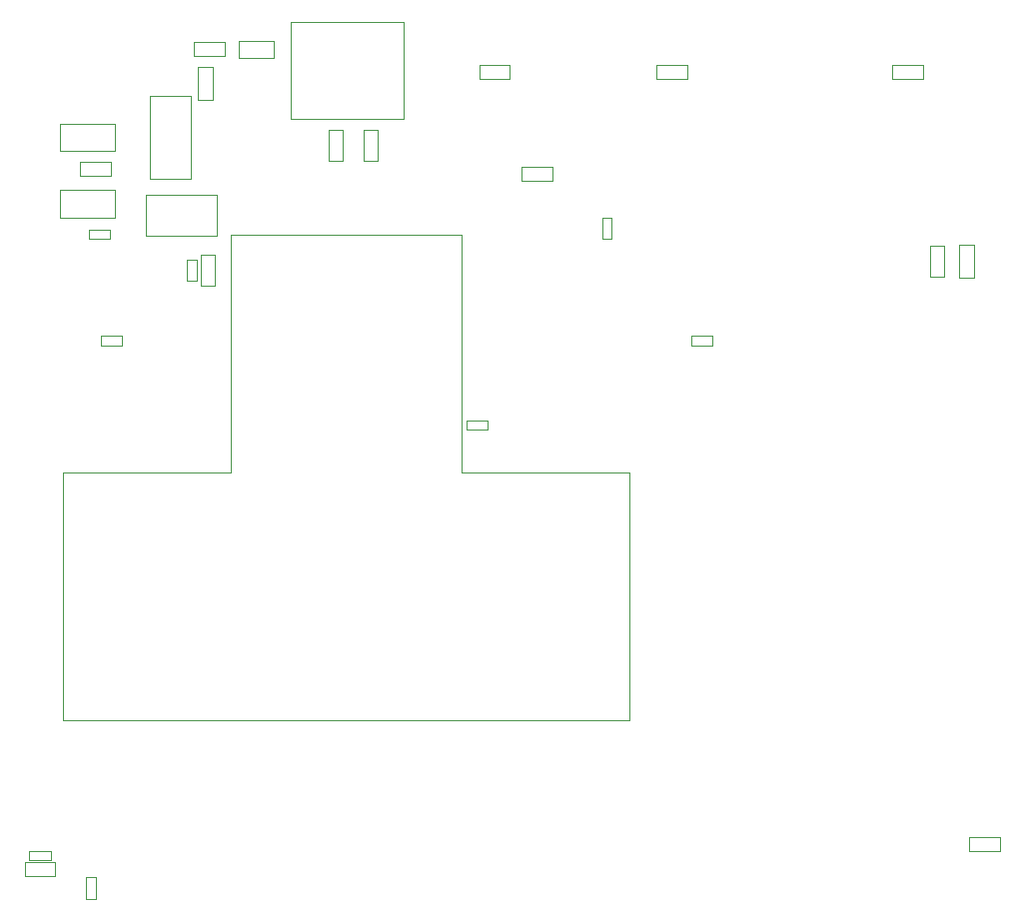
<source format=gbr>
%TF.GenerationSoftware,KiCad,Pcbnew,9.0.3*%
%TF.CreationDate,2025-08-06T15:24:12+02:00*%
%TF.ProjectId,Spikeling_v3.0,5370696b-656c-4696-9e67-5f76332e302e,rev?*%
%TF.SameCoordinates,Original*%
%TF.FileFunction,Other,User*%
%FSLAX46Y46*%
G04 Gerber Fmt 4.6, Leading zero omitted, Abs format (unit mm)*
G04 Created by KiCad (PCBNEW 9.0.3) date 2025-08-06 15:24:12*
%MOMM*%
%LPD*%
G01*
G04 APERTURE LIST*
%ADD10C,0.050000*%
G04 APERTURE END LIST*
D10*
%TO.C,C2*%
X147375000Y-52375000D02*
X148575000Y-52375000D01*
X147375000Y-55175000D02*
X147375000Y-52375000D01*
X148575000Y-52375000D02*
X148575000Y-55175000D01*
X148575000Y-55175000D02*
X147375000Y-55175000D01*
%TO.C,R9*%
X209425000Y-67525000D02*
X210625000Y-67525000D01*
X209425000Y-70125000D02*
X209425000Y-67525000D01*
X210625000Y-67525000D02*
X210625000Y-70125000D01*
X210625000Y-70125000D02*
X209425000Y-70125000D01*
%TO.C,U1*%
X135925000Y-86750000D02*
X135925000Y-107750000D01*
X135925000Y-107750000D02*
X183925000Y-107750000D01*
X150175000Y-86750000D02*
X135925000Y-86750000D01*
X150175000Y-86750000D02*
X150175000Y-66550000D01*
X169675000Y-66550000D02*
X150175000Y-66550000D01*
X169675000Y-66550000D02*
X169675000Y-86750000D01*
X183925000Y-86750000D02*
X169675000Y-86750000D01*
X183925000Y-107750000D02*
X183925000Y-86750000D01*
%TO.C,R7*%
X132675000Y-119725000D02*
X135275000Y-119725000D01*
X132675000Y-120925000D02*
X132675000Y-119725000D01*
X135275000Y-119725000D02*
X135275000Y-120925000D01*
X135275000Y-120925000D02*
X132675000Y-120925000D01*
%TO.C,R8*%
X212700000Y-117625000D02*
X215300000Y-117625000D01*
X212700000Y-118825000D02*
X212700000Y-117625000D01*
X215300000Y-117625000D02*
X215300000Y-118825000D01*
X215300000Y-118825000D02*
X212700000Y-118825000D01*
%TO.C,U2*%
X143250000Y-54800000D02*
X146750000Y-54800000D01*
X143250000Y-61800000D02*
X143250000Y-54800000D01*
X146750000Y-54800000D02*
X146750000Y-61800000D01*
X146750000Y-61800000D02*
X143250000Y-61800000D01*
%TO.C,C5*%
X170125000Y-82320000D02*
X170125000Y-83120000D01*
X170125000Y-82320000D02*
X171925000Y-82320000D01*
X171925000Y-82320000D02*
X171925000Y-83120000D01*
X171925000Y-83120000D02*
X170125000Y-83120000D01*
%TO.C,R12*%
X206200000Y-52150000D02*
X208800000Y-52150000D01*
X206200000Y-53350000D02*
X206200000Y-52150000D01*
X208800000Y-52150000D02*
X208800000Y-53350000D01*
X208800000Y-53350000D02*
X206200000Y-53350000D01*
%TO.C,R5*%
X148800000Y-70875000D02*
X147600000Y-70875000D01*
X148800000Y-68275000D02*
X148800000Y-70875000D01*
X147600000Y-70875000D02*
X147600000Y-68275000D01*
X147600000Y-68275000D02*
X148800000Y-68275000D01*
%TO.C,SW1*%
X142925000Y-66625000D02*
X148925000Y-66625000D01*
X148925000Y-66625000D02*
X148925000Y-63225000D01*
X142925000Y-63225000D02*
X142925000Y-66625000D01*
X148925000Y-63225000D02*
X142925000Y-63225000D01*
%TO.C,C1*%
X135700000Y-57150000D02*
X140300000Y-57150000D01*
X135700000Y-59450000D02*
X135700000Y-57150000D01*
X140300000Y-57150000D02*
X140300000Y-59450000D01*
X140300000Y-59450000D02*
X135700000Y-59450000D01*
%TO.C,C7*%
X139100000Y-75150000D02*
X139100000Y-75950000D01*
X139100000Y-75150000D02*
X140900000Y-75150000D01*
X140900000Y-75150000D02*
X140900000Y-75950000D01*
X140900000Y-75950000D02*
X139100000Y-75950000D01*
%TO.C,C8*%
X189150000Y-75150000D02*
X190950000Y-75150000D01*
X189150000Y-75950000D02*
X189150000Y-75150000D01*
X190950000Y-75950000D02*
X189150000Y-75950000D01*
X190950000Y-75950000D02*
X190950000Y-75150000D01*
%TO.C,R3*%
X147025000Y-50250000D02*
X149625000Y-50250000D01*
X147025000Y-51450000D02*
X147025000Y-50250000D01*
X149625000Y-50250000D02*
X149625000Y-51450000D01*
X149625000Y-51450000D02*
X147025000Y-51450000D01*
%TO.C,C11*%
X211900000Y-67380000D02*
X213100000Y-67380000D01*
X211900000Y-70180000D02*
X211900000Y-67380000D01*
X213100000Y-67380000D02*
X213100000Y-70180000D01*
X213100000Y-70180000D02*
X211900000Y-70180000D01*
%TO.C,J1*%
X155250000Y-48500000D02*
X164750000Y-48500000D01*
X155250000Y-56750000D02*
X155250000Y-48500000D01*
X164750000Y-48500000D02*
X164750000Y-56750000D01*
X164750000Y-56750000D02*
X155250000Y-56750000D01*
%TO.C,C10*%
X133075000Y-118775000D02*
X134875000Y-118775000D01*
X133075000Y-119575000D02*
X133075000Y-118775000D01*
X134875000Y-119575000D02*
X133075000Y-119575000D01*
X134875000Y-119575000D02*
X134875000Y-118775000D01*
%TO.C,C9*%
X137900000Y-122850000D02*
X137900000Y-121050000D01*
X138700000Y-121050000D02*
X137900000Y-121050000D01*
X138700000Y-121050000D02*
X138700000Y-122850000D01*
X138700000Y-122850000D02*
X137900000Y-122850000D01*
%TO.C,R11*%
X186200000Y-52150000D02*
X188800000Y-52150000D01*
X186200000Y-53350000D02*
X186200000Y-52150000D01*
X188800000Y-52150000D02*
X188800000Y-53350000D01*
X188800000Y-53350000D02*
X186200000Y-53350000D01*
%TO.C,R4*%
X171200000Y-52150000D02*
X173800000Y-52150000D01*
X171200000Y-53350000D02*
X171200000Y-52150000D01*
X173800000Y-52150000D02*
X173800000Y-53350000D01*
X173800000Y-53350000D02*
X171200000Y-53350000D01*
%TO.C,C12*%
X181600000Y-65100000D02*
X182400000Y-65100000D01*
X181600000Y-66900000D02*
X181600000Y-65100000D01*
X181600000Y-66900000D02*
X182400000Y-66900000D01*
X182400000Y-65100000D02*
X182400000Y-66900000D01*
%TO.C,C3*%
X135700000Y-62800000D02*
X140300000Y-62800000D01*
X135700000Y-65100000D02*
X135700000Y-62800000D01*
X140300000Y-62800000D02*
X140300000Y-65100000D01*
X140300000Y-65100000D02*
X135700000Y-65100000D01*
%TO.C,R10*%
X174775000Y-60825000D02*
X177375000Y-60825000D01*
X174775000Y-62025000D02*
X174775000Y-60825000D01*
X177375000Y-60825000D02*
X177375000Y-62025000D01*
X177375000Y-62025000D02*
X174775000Y-62025000D01*
%TO.C,R6*%
X137360000Y-60350000D02*
X139960000Y-60350000D01*
X137360000Y-61550000D02*
X137360000Y-60350000D01*
X139960000Y-60350000D02*
X139960000Y-61550000D01*
X139960000Y-61550000D02*
X137360000Y-61550000D01*
%TO.C,C6*%
X147250000Y-68675000D02*
X147250000Y-70475000D01*
X146450000Y-70475000D02*
X147250000Y-70475000D01*
X146450000Y-70475000D02*
X146450000Y-68675000D01*
X146450000Y-68675000D02*
X147250000Y-68675000D01*
%TO.C,R2*%
X158400000Y-57700000D02*
X159600000Y-57700000D01*
X158400000Y-60300000D02*
X158400000Y-57700000D01*
X159600000Y-57700000D02*
X159600000Y-60300000D01*
X159600000Y-60300000D02*
X158400000Y-60300000D01*
%TO.C,C4*%
X138100000Y-66150000D02*
X139900000Y-66150000D01*
X138100000Y-66950000D02*
X138100000Y-66150000D01*
X139900000Y-66950000D02*
X138100000Y-66950000D01*
X139900000Y-66950000D02*
X139900000Y-66150000D01*
%TO.C,R1*%
X161400000Y-57700000D02*
X162600000Y-57700000D01*
X161400000Y-60300000D02*
X161400000Y-57700000D01*
X162600000Y-57700000D02*
X162600000Y-60300000D01*
X162600000Y-60300000D02*
X161400000Y-60300000D01*
%TO.C,D5*%
X150845000Y-50120000D02*
X153805000Y-50120000D01*
X150845000Y-51580000D02*
X150845000Y-50120000D01*
X153805000Y-50120000D02*
X153805000Y-51580000D01*
X153805000Y-51580000D02*
X150845000Y-51580000D01*
%TD*%
M02*

</source>
